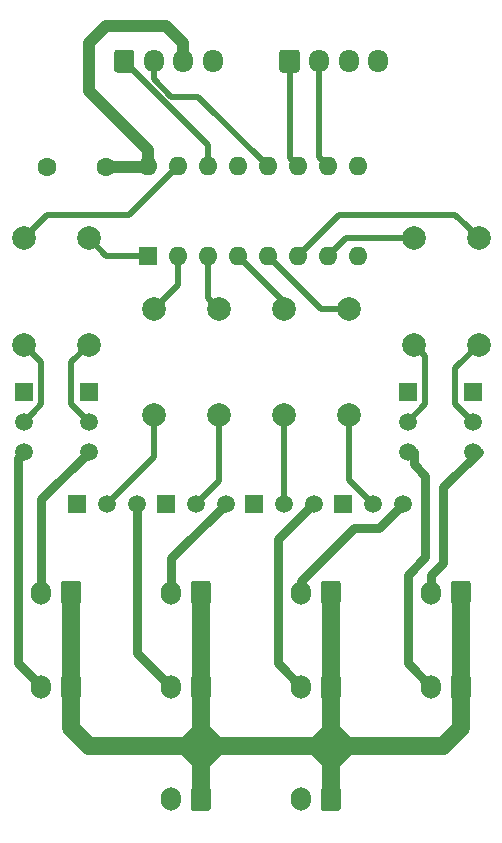
<source format=gbr>
G04 #@! TF.GenerationSoftware,KiCad,Pcbnew,(5.1.7)-1*
G04 #@! TF.CreationDate,2020-12-19T16:12:23+02:00*
G04 #@! TF.ProjectId,8_switch_array,385f7377-6974-4636-985f-61727261792e,rev?*
G04 #@! TF.SameCoordinates,Original*
G04 #@! TF.FileFunction,Copper,L1,Top*
G04 #@! TF.FilePolarity,Positive*
%FSLAX46Y46*%
G04 Gerber Fmt 4.6, Leading zero omitted, Abs format (unit mm)*
G04 Created by KiCad (PCBNEW (5.1.7)-1) date 2020-12-19 16:12:23*
%MOMM*%
%LPD*%
G01*
G04 APERTURE LIST*
G04 #@! TA.AperFunction,ComponentPad*
%ADD10O,1.700000X2.000000*%
G04 #@! TD*
G04 #@! TA.AperFunction,ComponentPad*
%ADD11R,1.600000X1.600000*%
G04 #@! TD*
G04 #@! TA.AperFunction,ComponentPad*
%ADD12O,1.600000X1.600000*%
G04 #@! TD*
G04 #@! TA.AperFunction,ComponentPad*
%ADD13C,1.600000*%
G04 #@! TD*
G04 #@! TA.AperFunction,ComponentPad*
%ADD14R,1.500000X1.500000*%
G04 #@! TD*
G04 #@! TA.AperFunction,ComponentPad*
%ADD15C,1.500000*%
G04 #@! TD*
G04 #@! TA.AperFunction,ComponentPad*
%ADD16C,2.000000*%
G04 #@! TD*
G04 #@! TA.AperFunction,ComponentPad*
%ADD17O,1.700000X1.950000*%
G04 #@! TD*
G04 #@! TA.AperFunction,Conductor*
%ADD18C,0.250000*%
G04 #@! TD*
G04 #@! TA.AperFunction,Conductor*
%ADD19C,1.000000*%
G04 #@! TD*
G04 #@! TA.AperFunction,Conductor*
%ADD20C,0.500000*%
G04 #@! TD*
G04 #@! TA.AperFunction,Conductor*
%ADD21C,0.750000*%
G04 #@! TD*
G04 #@! TA.AperFunction,Conductor*
%ADD22C,1.250000*%
G04 #@! TD*
G04 #@! TA.AperFunction,Conductor*
%ADD23C,1.500000*%
G04 #@! TD*
G04 APERTURE END LIST*
D10*
X151000000Y-100500000D03*
G04 #@! TA.AperFunction,ComponentPad*
G36*
G01*
X154350000Y-99750000D02*
X154350000Y-101250000D01*
G75*
G02*
X154100000Y-101500000I-250000J0D01*
G01*
X152900000Y-101500000D01*
G75*
G02*
X152650000Y-101250000I0J250000D01*
G01*
X152650000Y-99750000D01*
G75*
G02*
X152900000Y-99500000I250000J0D01*
G01*
X154100000Y-99500000D01*
G75*
G02*
X154350000Y-99750000I0J-250000D01*
G01*
G37*
G04 #@! TD.AperFunction*
D11*
X138000000Y-54500000D03*
D12*
X155780000Y-46880000D03*
X140540000Y-54500000D03*
X153240000Y-46880000D03*
X143080000Y-54500000D03*
X150700000Y-46880000D03*
X145620000Y-54500000D03*
X148160000Y-46880000D03*
X148160000Y-54500000D03*
X145620000Y-46880000D03*
X150700000Y-54500000D03*
X143080000Y-46880000D03*
X153240000Y-54500000D03*
X140540000Y-46880000D03*
X155780000Y-54500000D03*
X138000000Y-46880000D03*
D13*
X129500000Y-47000000D03*
X134500000Y-47000000D03*
D14*
X160000000Y-66000000D03*
D15*
X160000000Y-71080000D03*
X160000000Y-68540000D03*
D16*
X166000000Y-62000000D03*
X166000000Y-53000000D03*
X160500000Y-62000000D03*
X160500000Y-53000000D03*
X144000000Y-68000000D03*
X144000000Y-59000000D03*
X138500000Y-68000000D03*
X138500000Y-59000000D03*
D14*
X165500000Y-66000000D03*
D15*
X165500000Y-71080000D03*
X165500000Y-68540000D03*
D14*
X139500000Y-75500000D03*
D15*
X144580000Y-75500000D03*
X142040000Y-75500000D03*
D14*
X132000000Y-75500000D03*
D15*
X137080000Y-75500000D03*
X134540000Y-75500000D03*
D10*
X162000000Y-91000000D03*
G04 #@! TA.AperFunction,ComponentPad*
G36*
G01*
X165350000Y-90250000D02*
X165350000Y-91750000D01*
G75*
G02*
X165100000Y-92000000I-250000J0D01*
G01*
X163900000Y-92000000D01*
G75*
G02*
X163650000Y-91750000I0J250000D01*
G01*
X163650000Y-90250000D01*
G75*
G02*
X163900000Y-90000000I250000J0D01*
G01*
X165100000Y-90000000D01*
G75*
G02*
X165350000Y-90250000I0J-250000D01*
G01*
G37*
G04 #@! TD.AperFunction*
X151000000Y-91000000D03*
G04 #@! TA.AperFunction,ComponentPad*
G36*
G01*
X154350000Y-90250000D02*
X154350000Y-91750000D01*
G75*
G02*
X154100000Y-92000000I-250000J0D01*
G01*
X152900000Y-92000000D01*
G75*
G02*
X152650000Y-91750000I0J250000D01*
G01*
X152650000Y-90250000D01*
G75*
G02*
X152900000Y-90000000I250000J0D01*
G01*
X154100000Y-90000000D01*
G75*
G02*
X154350000Y-90250000I0J-250000D01*
G01*
G37*
G04 #@! TD.AperFunction*
X162000000Y-83000000D03*
G04 #@! TA.AperFunction,ComponentPad*
G36*
G01*
X165350000Y-82250000D02*
X165350000Y-83750000D01*
G75*
G02*
X165100000Y-84000000I-250000J0D01*
G01*
X163900000Y-84000000D01*
G75*
G02*
X163650000Y-83750000I0J250000D01*
G01*
X163650000Y-82250000D01*
G75*
G02*
X163900000Y-82000000I250000J0D01*
G01*
X165100000Y-82000000D01*
G75*
G02*
X165350000Y-82250000I0J-250000D01*
G01*
G37*
G04 #@! TD.AperFunction*
X151000000Y-83000000D03*
G04 #@! TA.AperFunction,ComponentPad*
G36*
G01*
X154350000Y-82250000D02*
X154350000Y-83750000D01*
G75*
G02*
X154100000Y-84000000I-250000J0D01*
G01*
X152900000Y-84000000D01*
G75*
G02*
X152650000Y-83750000I0J250000D01*
G01*
X152650000Y-82250000D01*
G75*
G02*
X152900000Y-82000000I250000J0D01*
G01*
X154100000Y-82000000D01*
G75*
G02*
X154350000Y-82250000I0J-250000D01*
G01*
G37*
G04 #@! TD.AperFunction*
D16*
X133000000Y-62000000D03*
X133000000Y-53000000D03*
X149500000Y-68000000D03*
X149500000Y-59000000D03*
X127500000Y-62000000D03*
X127500000Y-53000000D03*
X155000000Y-68000000D03*
X155000000Y-59000000D03*
D14*
X133000000Y-66000000D03*
D15*
X133000000Y-71080000D03*
X133000000Y-68540000D03*
D14*
X147000000Y-75500000D03*
D15*
X152080000Y-75500000D03*
X149540000Y-75500000D03*
D14*
X127500000Y-66000000D03*
D15*
X127500000Y-71080000D03*
X127500000Y-68540000D03*
D14*
X154500000Y-75500000D03*
D15*
X159580000Y-75500000D03*
X157040000Y-75500000D03*
D10*
X140000000Y-100500000D03*
G04 #@! TA.AperFunction,ComponentPad*
G36*
G01*
X143350000Y-99750000D02*
X143350000Y-101250000D01*
G75*
G02*
X143100000Y-101500000I-250000J0D01*
G01*
X141900000Y-101500000D01*
G75*
G02*
X141650000Y-101250000I0J250000D01*
G01*
X141650000Y-99750000D01*
G75*
G02*
X141900000Y-99500000I250000J0D01*
G01*
X143100000Y-99500000D01*
G75*
G02*
X143350000Y-99750000I0J-250000D01*
G01*
G37*
G04 #@! TD.AperFunction*
X140000000Y-83000000D03*
G04 #@! TA.AperFunction,ComponentPad*
G36*
G01*
X143350000Y-82250000D02*
X143350000Y-83750000D01*
G75*
G02*
X143100000Y-84000000I-250000J0D01*
G01*
X141900000Y-84000000D01*
G75*
G02*
X141650000Y-83750000I0J250000D01*
G01*
X141650000Y-82250000D01*
G75*
G02*
X141900000Y-82000000I250000J0D01*
G01*
X143100000Y-82000000D01*
G75*
G02*
X143350000Y-82250000I0J-250000D01*
G01*
G37*
G04 #@! TD.AperFunction*
X129000000Y-91000000D03*
G04 #@! TA.AperFunction,ComponentPad*
G36*
G01*
X132350000Y-90250000D02*
X132350000Y-91750000D01*
G75*
G02*
X132100000Y-92000000I-250000J0D01*
G01*
X130900000Y-92000000D01*
G75*
G02*
X130650000Y-91750000I0J250000D01*
G01*
X130650000Y-90250000D01*
G75*
G02*
X130900000Y-90000000I250000J0D01*
G01*
X132100000Y-90000000D01*
G75*
G02*
X132350000Y-90250000I0J-250000D01*
G01*
G37*
G04 #@! TD.AperFunction*
X129000000Y-83000000D03*
G04 #@! TA.AperFunction,ComponentPad*
G36*
G01*
X132350000Y-82250000D02*
X132350000Y-83750000D01*
G75*
G02*
X132100000Y-84000000I-250000J0D01*
G01*
X130900000Y-84000000D01*
G75*
G02*
X130650000Y-83750000I0J250000D01*
G01*
X130650000Y-82250000D01*
G75*
G02*
X130900000Y-82000000I250000J0D01*
G01*
X132100000Y-82000000D01*
G75*
G02*
X132350000Y-82250000I0J-250000D01*
G01*
G37*
G04 #@! TD.AperFunction*
X140000000Y-91000000D03*
G04 #@! TA.AperFunction,ComponentPad*
G36*
G01*
X143350000Y-90250000D02*
X143350000Y-91750000D01*
G75*
G02*
X143100000Y-92000000I-250000J0D01*
G01*
X141900000Y-92000000D01*
G75*
G02*
X141650000Y-91750000I0J250000D01*
G01*
X141650000Y-90250000D01*
G75*
G02*
X141900000Y-90000000I250000J0D01*
G01*
X143100000Y-90000000D01*
G75*
G02*
X143350000Y-90250000I0J-250000D01*
G01*
G37*
G04 #@! TD.AperFunction*
D17*
X157500000Y-38000000D03*
X155000000Y-38000000D03*
X152500000Y-38000000D03*
G04 #@! TA.AperFunction,ComponentPad*
G36*
G01*
X149150000Y-38725000D02*
X149150000Y-37275000D01*
G75*
G02*
X149400000Y-37025000I250000J0D01*
G01*
X150600000Y-37025000D01*
G75*
G02*
X150850000Y-37275000I0J-250000D01*
G01*
X150850000Y-38725000D01*
G75*
G02*
X150600000Y-38975000I-250000J0D01*
G01*
X149400000Y-38975000D01*
G75*
G02*
X149150000Y-38725000I0J250000D01*
G01*
G37*
G04 #@! TD.AperFunction*
X143500000Y-38000000D03*
X141000000Y-38000000D03*
X138500000Y-38000000D03*
G04 #@! TA.AperFunction,ComponentPad*
G36*
G01*
X135150000Y-38725000D02*
X135150000Y-37275000D01*
G75*
G02*
X135400000Y-37025000I250000J0D01*
G01*
X136600000Y-37025000D01*
G75*
G02*
X136850000Y-37275000I0J-250000D01*
G01*
X136850000Y-38725000D01*
G75*
G02*
X136600000Y-38975000I-250000J0D01*
G01*
X135400000Y-38975000D01*
G75*
G02*
X135150000Y-38725000I0J250000D01*
G01*
G37*
G04 #@! TD.AperFunction*
D18*
X137880000Y-47000000D02*
X138000000Y-46880000D01*
D19*
X134500000Y-47000000D02*
X137880000Y-47000000D01*
X138000000Y-46880000D02*
X138000000Y-45500000D01*
X138000000Y-45500000D02*
X133000000Y-40500000D01*
X133000000Y-36500000D02*
X134500000Y-35000000D01*
X133000000Y-40500000D02*
X133000000Y-36500000D01*
X134500000Y-35000000D02*
X139500000Y-35000000D01*
X141000000Y-36500000D02*
X141000000Y-38000000D01*
X139500000Y-35000000D02*
X141000000Y-36500000D01*
D20*
X128249999Y-67790001D02*
X127500000Y-68540000D01*
X129000000Y-63500000D02*
X129000000Y-67040000D01*
X127500000Y-62000000D02*
X129000000Y-63500000D01*
X129000000Y-67040000D02*
X128249999Y-67790001D01*
X132250001Y-67790001D02*
X133000000Y-68540000D01*
X133000000Y-62000000D02*
X131500000Y-63500000D01*
X131500000Y-63500000D02*
X131500000Y-67040000D01*
X131500000Y-67040000D02*
X132250001Y-67790001D01*
X138500000Y-71540000D02*
X138500000Y-68000000D01*
X134540000Y-75500000D02*
X138500000Y-71540000D01*
X144000000Y-73540000D02*
X144000000Y-68000000D01*
X142040000Y-75500000D02*
X144000000Y-73540000D01*
X152500000Y-46140000D02*
X153240000Y-46880000D01*
X152500000Y-38000000D02*
X152500000Y-46140000D01*
X143080000Y-45080000D02*
X136000000Y-38000000D01*
X143080000Y-46880000D02*
X143080000Y-45080000D01*
X138500000Y-38000000D02*
X138500000Y-39500000D01*
X138500000Y-39500000D02*
X140000000Y-41000000D01*
X142280000Y-41000000D02*
X148160000Y-46880000D01*
X140000000Y-41000000D02*
X142280000Y-41000000D01*
X149540000Y-75500000D02*
X149540000Y-68040000D01*
X155000000Y-73460000D02*
X155000000Y-68000000D01*
X157040000Y-75500000D02*
X155000000Y-73460000D01*
X161500000Y-67040000D02*
X160000000Y-68540000D01*
X160500000Y-62000000D02*
X161500000Y-63000000D01*
X161500000Y-63000000D02*
X161500000Y-67040000D01*
X164000000Y-67040000D02*
X165500000Y-68540000D01*
X166000000Y-62000000D02*
X164000000Y-64000000D01*
X164000000Y-64000000D02*
X164000000Y-67040000D01*
X150000000Y-46180000D02*
X150700000Y-46880000D01*
X150000000Y-38000000D02*
X150000000Y-46180000D01*
D21*
X129000000Y-75080000D02*
X129000000Y-83000000D01*
X133000000Y-71080000D02*
X129000000Y-75080000D01*
D22*
X153500000Y-97500000D02*
X155000000Y-96000000D01*
X152000000Y-96000000D02*
X153500000Y-94500000D01*
X155000000Y-96000000D02*
X153500000Y-94500000D01*
X153500000Y-97500000D02*
X152000000Y-96000000D01*
X142500000Y-97500000D02*
X141000000Y-96000000D01*
X142500000Y-97500000D02*
X144000000Y-96000000D01*
X144000000Y-96000000D02*
X142500000Y-94500000D01*
D23*
X142500000Y-100500000D02*
X142500000Y-96000000D01*
X153500000Y-91000000D02*
X153500000Y-92000000D01*
X131500000Y-91000000D02*
X131500000Y-83000000D01*
X142500000Y-91000000D02*
X142500000Y-83000000D01*
X153500000Y-91000000D02*
X153500000Y-83000000D01*
X164500000Y-89900000D02*
X164500000Y-83000000D01*
X164500000Y-91000000D02*
X164500000Y-89900000D01*
X153500000Y-96000000D02*
X153500000Y-91000000D01*
X153500000Y-100500000D02*
X153500000Y-96000000D01*
D22*
X141000000Y-96000000D02*
X142500000Y-94500000D01*
D23*
X142500000Y-94500000D02*
X142500000Y-96000000D01*
X142500000Y-91000000D02*
X142500000Y-94500000D01*
X164500000Y-94500000D02*
X164500000Y-91000000D01*
X163000000Y-96000000D02*
X164500000Y-94500000D01*
X141000000Y-96000000D02*
X163000000Y-96000000D01*
X131500000Y-94500000D02*
X131500000Y-91000000D01*
X133000000Y-96000000D02*
X131500000Y-94500000D01*
X141000000Y-96000000D02*
X133000000Y-96000000D01*
D21*
X140000000Y-80080000D02*
X140000000Y-83000000D01*
X144580000Y-75500000D02*
X140000000Y-80080000D01*
X151000000Y-82000000D02*
X151000000Y-83000000D01*
X155500000Y-77500000D02*
X151000000Y-82000000D01*
X159580000Y-75500000D02*
X157580000Y-77500000D01*
X157580000Y-77500000D02*
X155500000Y-77500000D01*
X162000000Y-81500000D02*
X162000000Y-83000000D01*
X163000000Y-80500000D02*
X162000000Y-81500000D01*
X163000000Y-74080000D02*
X163000000Y-80500000D01*
X166000000Y-71080000D02*
X163000000Y-74080000D01*
X128000000Y-90000000D02*
X129000000Y-91000000D01*
X127000000Y-89000000D02*
X128000000Y-90000000D01*
X127500000Y-71080000D02*
X127000000Y-71580000D01*
X127000000Y-71580000D02*
X127000000Y-89000000D01*
X137500000Y-88500000D02*
X140000000Y-91000000D01*
X137080000Y-75500000D02*
X137080000Y-88080000D01*
X137080000Y-88080000D02*
X137500000Y-88500000D01*
X149000000Y-89000000D02*
X151000000Y-91000000D01*
X149000000Y-78500000D02*
X149000000Y-89000000D01*
X152080000Y-75500000D02*
X152000000Y-75500000D01*
X152000000Y-75500000D02*
X149000000Y-78500000D01*
X160000000Y-84500000D02*
X160000000Y-89000000D01*
X160000000Y-81500000D02*
X160011509Y-81511509D01*
X160011509Y-81511509D02*
X160011509Y-84488491D01*
X161500000Y-80000000D02*
X160000000Y-81500000D01*
X160011509Y-84488491D02*
X160000000Y-84500000D01*
X161500000Y-73140660D02*
X161500000Y-80000000D01*
X160000000Y-89000000D02*
X162000000Y-91000000D01*
X160500000Y-72140660D02*
X161500000Y-73140660D01*
X160500000Y-71080000D02*
X160500000Y-72140660D01*
D20*
X128499999Y-52000001D02*
X127500000Y-53000000D01*
X129500000Y-51000000D02*
X128499999Y-52000001D01*
X140540000Y-46880000D02*
X136420000Y-51000000D01*
X136420000Y-51000000D02*
X129500000Y-51000000D01*
X134500000Y-54500000D02*
X133000000Y-53000000D01*
X138000000Y-54500000D02*
X134500000Y-54500000D01*
X140540000Y-56960000D02*
X138500000Y-59000000D01*
X140540000Y-54500000D02*
X140540000Y-56960000D01*
X143080000Y-58080000D02*
X144000000Y-59000000D01*
X143080000Y-54500000D02*
X143080000Y-58080000D01*
X154200000Y-51000000D02*
X164000000Y-51000000D01*
X150700000Y-54500000D02*
X154200000Y-51000000D01*
X164000000Y-51000000D02*
X165000001Y-52000001D01*
X165000001Y-52000001D02*
X166000000Y-53000000D01*
X153240000Y-54500000D02*
X154740000Y-53000000D01*
X154740000Y-53000000D02*
X159085787Y-53000000D01*
X159085787Y-53000000D02*
X160500000Y-53000000D01*
X152660000Y-59000000D02*
X155000000Y-59000000D01*
X148160000Y-54500000D02*
X152660000Y-59000000D01*
X149500000Y-58380000D02*
X149500000Y-59000000D01*
X145620000Y-54500000D02*
X149500000Y-58380000D01*
M02*

</source>
